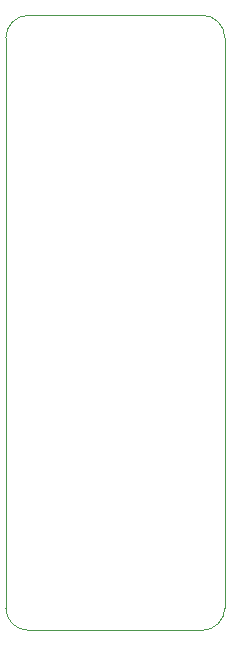
<source format=gbr>
%TF.GenerationSoftware,KiCad,Pcbnew,(5.1.6-0-10_14)*%
%TF.CreationDate,2020-08-09T19:32:51-07:00*%
%TF.ProjectId,bbf-buffer,6262662d-6275-4666-9665-722e6b696361,rev?*%
%TF.SameCoordinates,Original*%
%TF.FileFunction,Profile,NP*%
%FSLAX46Y46*%
G04 Gerber Fmt 4.6, Leading zero omitted, Abs format (unit mm)*
G04 Created by KiCad (PCBNEW (5.1.6-0-10_14)) date 2020-08-09 19:32:51*
%MOMM*%
%LPD*%
G01*
G04 APERTURE LIST*
%TA.AperFunction,Profile*%
%ADD10C,0.050000*%
%TD*%
G04 APERTURE END LIST*
D10*
X145796000Y-25400000D02*
G75*
G02*
X147701000Y-23495000I1905000J0D01*
G01*
X162433000Y-23495000D02*
G75*
G02*
X164338000Y-25400000I0J-1905000D01*
G01*
X147701000Y-75565000D02*
G75*
G02*
X145796000Y-73660000I0J1905000D01*
G01*
X164338000Y-73660000D02*
G75*
G02*
X162433000Y-75565000I-1905000J0D01*
G01*
X147701000Y-75565000D02*
X162433000Y-75565000D01*
X164338000Y-25400000D02*
X164338000Y-73660000D01*
X147701000Y-23495000D02*
X162433000Y-23495000D01*
X145796000Y-73660000D02*
X145796000Y-25400000D01*
M02*

</source>
